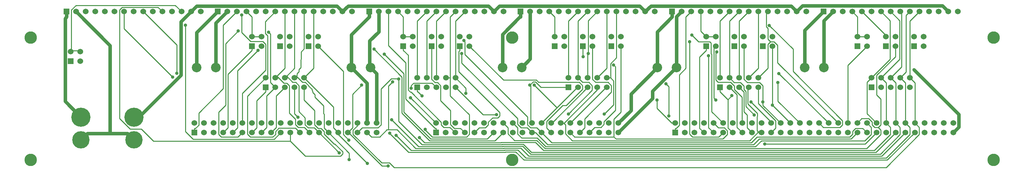
<source format=gbl>
G04 (created by PCBNEW (2013-mar-13)-testing) date Tue 12 Nov 2013 05:44:31 PM PST*
%MOIN*%
G04 Gerber Fmt 3.4, Leading zero omitted, Abs format*
%FSLAX34Y34*%
G01*
G70*
G90*
G04 APERTURE LIST*
%ADD10C,0.005906*%
%ADD11C,0.100000*%
%ADD12R,0.060000X0.060000*%
%ADD13C,0.060000*%
%ADD14C,0.200000*%
%ADD15C,0.181100*%
%ADD16C,0.130000*%
%ADD17C,0.035000*%
%ADD18C,0.035000*%
%ADD19C,0.010000*%
G04 APERTURE END LIST*
G54D10*
G54D11*
X34039Y-28740D03*
X36039Y-28740D03*
X50181Y-28740D03*
X52181Y-28740D03*
X65929Y-28740D03*
X67929Y-28740D03*
X82070Y-28740D03*
X84070Y-28740D03*
X97425Y-28740D03*
X99425Y-28740D03*
G54D12*
X39795Y-26484D03*
G54D13*
X39795Y-25484D03*
X40795Y-26484D03*
X40795Y-25484D03*
G54D12*
X55582Y-26484D03*
G54D13*
X55582Y-25484D03*
X56582Y-26484D03*
X56582Y-25484D03*
G54D12*
X71370Y-26484D03*
G54D13*
X71370Y-25484D03*
X72370Y-26484D03*
X72370Y-25484D03*
G54D12*
X87157Y-26484D03*
G54D13*
X87157Y-25484D03*
X88157Y-26484D03*
X88157Y-25484D03*
G54D12*
X102944Y-26484D03*
G54D13*
X102944Y-25484D03*
X103944Y-26484D03*
X103944Y-25484D03*
G54D12*
X42748Y-26484D03*
G54D13*
X42748Y-25484D03*
X43748Y-26484D03*
X43748Y-25484D03*
G54D12*
X58535Y-26484D03*
G54D13*
X58535Y-25484D03*
X59535Y-26484D03*
X59535Y-25484D03*
G54D12*
X74322Y-26484D03*
G54D13*
X74322Y-25484D03*
X75322Y-26484D03*
X75322Y-25484D03*
G54D12*
X90110Y-26484D03*
G54D13*
X90110Y-25484D03*
X91110Y-26484D03*
X91110Y-25484D03*
G54D12*
X105897Y-26484D03*
G54D13*
X105897Y-25484D03*
X106897Y-26484D03*
X106897Y-25484D03*
G54D12*
X45700Y-26484D03*
G54D13*
X45700Y-25484D03*
X46700Y-26484D03*
X46700Y-25484D03*
G54D12*
X61488Y-26484D03*
G54D13*
X61488Y-25484D03*
X62488Y-26484D03*
X62488Y-25484D03*
G54D12*
X77275Y-26484D03*
G54D13*
X77275Y-25484D03*
X78275Y-26484D03*
X78275Y-25484D03*
G54D12*
X93062Y-26484D03*
G54D13*
X93062Y-25484D03*
X94062Y-26484D03*
X94062Y-25484D03*
G54D12*
X108850Y-26484D03*
G54D13*
X108850Y-25484D03*
X109850Y-26484D03*
X109850Y-25484D03*
G54D12*
X33807Y-35539D03*
G54D13*
X33807Y-34539D03*
X38807Y-35539D03*
X34807Y-34539D03*
X39807Y-35539D03*
X35807Y-34539D03*
X40807Y-35539D03*
X36807Y-34539D03*
X41807Y-35539D03*
X37807Y-34539D03*
X42807Y-35539D03*
X38807Y-34539D03*
X43807Y-35539D03*
X39807Y-34539D03*
X44807Y-35539D03*
X40807Y-34539D03*
X45807Y-35539D03*
X41807Y-34539D03*
X46807Y-35539D03*
X42807Y-34539D03*
X47807Y-35539D03*
X43807Y-34539D03*
X48807Y-35539D03*
X44807Y-34539D03*
X45807Y-34539D03*
X49807Y-35539D03*
X46807Y-34539D03*
X48807Y-34539D03*
X49807Y-34539D03*
X50807Y-34539D03*
X51807Y-34539D03*
X50807Y-35539D03*
X51807Y-35539D03*
X34807Y-35539D03*
X35807Y-35539D03*
X36807Y-35539D03*
X37807Y-35539D03*
X52807Y-35539D03*
X52807Y-34539D03*
X47807Y-34539D03*
G54D12*
X83925Y-35539D03*
G54D13*
X83925Y-34539D03*
X88925Y-35539D03*
X84925Y-34539D03*
X89925Y-35539D03*
X85925Y-34539D03*
X90925Y-35539D03*
X86925Y-34539D03*
X91925Y-35539D03*
X87925Y-34539D03*
X92925Y-35539D03*
X88925Y-34539D03*
X93925Y-35539D03*
X89925Y-34539D03*
X94925Y-35539D03*
X90925Y-34539D03*
X95925Y-35539D03*
X91925Y-34539D03*
X96925Y-35539D03*
X92925Y-34539D03*
X97925Y-35539D03*
X93925Y-34539D03*
X98925Y-35539D03*
X94925Y-34539D03*
X95925Y-34539D03*
X99925Y-35539D03*
X96925Y-34539D03*
X98925Y-34539D03*
X99925Y-34539D03*
X100925Y-34539D03*
X101925Y-34539D03*
X100925Y-35539D03*
X101925Y-35539D03*
X84925Y-35539D03*
X85925Y-35539D03*
X86925Y-35539D03*
X87925Y-35539D03*
X102925Y-35539D03*
X102925Y-34539D03*
X97925Y-34539D03*
X103925Y-35539D03*
X103925Y-34539D03*
X104925Y-35539D03*
X104925Y-34539D03*
X105925Y-35539D03*
X105925Y-34539D03*
X106925Y-35539D03*
X106925Y-34539D03*
X107925Y-35539D03*
X107925Y-34539D03*
X108925Y-35539D03*
X108925Y-34539D03*
X109925Y-35539D03*
X109925Y-34539D03*
X110925Y-35539D03*
X110925Y-34539D03*
X111925Y-35539D03*
X111925Y-34539D03*
X112925Y-35539D03*
X112925Y-34539D03*
G54D14*
X21980Y-33937D03*
G54D15*
X21980Y-36299D03*
G54D12*
X20460Y-22874D03*
G54D13*
X21460Y-22874D03*
X22460Y-22874D03*
X23460Y-22874D03*
X24460Y-22874D03*
X25460Y-22874D03*
X26460Y-22874D03*
X27460Y-22874D03*
X28460Y-22874D03*
X29460Y-22874D03*
X30460Y-22874D03*
X31460Y-22874D03*
X32460Y-22874D03*
X33460Y-22874D03*
X34460Y-22874D03*
G54D12*
X36248Y-22874D03*
G54D13*
X37248Y-22874D03*
X38248Y-22874D03*
X39248Y-22874D03*
X40248Y-22874D03*
X41248Y-22874D03*
X42248Y-22874D03*
X43248Y-22874D03*
X44248Y-22874D03*
X45248Y-22874D03*
X46248Y-22874D03*
X47248Y-22874D03*
X48248Y-22874D03*
X49248Y-22874D03*
X50248Y-22874D03*
G54D12*
X52035Y-22874D03*
G54D13*
X53035Y-22874D03*
X54035Y-22874D03*
X55035Y-22874D03*
X56035Y-22874D03*
X57035Y-22874D03*
X58035Y-22874D03*
X59035Y-22874D03*
X60035Y-22874D03*
X61035Y-22874D03*
X62035Y-22874D03*
X63035Y-22874D03*
X64035Y-22874D03*
X65035Y-22874D03*
X66035Y-22874D03*
G54D12*
X67822Y-22874D03*
G54D13*
X68822Y-22874D03*
X69822Y-22874D03*
X70822Y-22874D03*
X71822Y-22874D03*
X72822Y-22874D03*
X73822Y-22874D03*
X74822Y-22874D03*
X75822Y-22874D03*
X76822Y-22874D03*
X77822Y-22874D03*
X78822Y-22874D03*
X79822Y-22874D03*
X80822Y-22874D03*
X81822Y-22874D03*
G54D12*
X83610Y-22874D03*
G54D13*
X84610Y-22874D03*
X85610Y-22874D03*
X86610Y-22874D03*
X87610Y-22874D03*
X88610Y-22874D03*
X89610Y-22874D03*
X90610Y-22874D03*
X91610Y-22874D03*
X92610Y-22874D03*
X93610Y-22874D03*
X94610Y-22874D03*
X95610Y-22874D03*
X96610Y-22874D03*
X97610Y-22874D03*
G54D12*
X99397Y-22874D03*
G54D13*
X100397Y-22874D03*
X101397Y-22874D03*
X102397Y-22874D03*
X103397Y-22874D03*
X104397Y-22874D03*
X105397Y-22874D03*
X106397Y-22874D03*
X107397Y-22874D03*
X108397Y-22874D03*
X109397Y-22874D03*
X110397Y-22874D03*
X111397Y-22874D03*
X112397Y-22874D03*
X113397Y-22874D03*
G54D16*
X117125Y-25590D03*
X16732Y-38385D03*
X117125Y-38385D03*
X66929Y-25590D03*
X66929Y-38385D03*
X16732Y-25590D03*
G54D12*
X20900Y-28059D03*
G54D13*
X20900Y-27059D03*
X21900Y-28059D03*
X21900Y-27059D03*
G54D14*
X27500Y-33937D03*
G54D15*
X27500Y-36299D03*
G54D12*
X41248Y-30814D03*
G54D13*
X41248Y-29814D03*
X42248Y-30814D03*
X42248Y-29814D03*
X43248Y-30814D03*
X43248Y-29814D03*
X44248Y-30814D03*
X44248Y-29814D03*
X45248Y-30814D03*
X45248Y-29814D03*
G54D12*
X57035Y-30814D03*
G54D13*
X57035Y-29814D03*
X58035Y-30814D03*
X58035Y-29814D03*
X59035Y-30814D03*
X59035Y-29814D03*
X60035Y-30814D03*
X60035Y-29814D03*
X61035Y-30814D03*
X61035Y-29814D03*
G54D12*
X72822Y-30814D03*
G54D13*
X72822Y-29814D03*
X73822Y-30814D03*
X73822Y-29814D03*
X74822Y-30814D03*
X74822Y-29814D03*
X75822Y-30814D03*
X75822Y-29814D03*
X76822Y-30814D03*
X76822Y-29814D03*
G54D12*
X88610Y-30814D03*
G54D13*
X88610Y-29814D03*
X89610Y-30814D03*
X89610Y-29814D03*
X90610Y-30814D03*
X90610Y-29814D03*
X91610Y-30814D03*
X91610Y-29814D03*
X92610Y-30814D03*
X92610Y-29814D03*
G54D12*
X104397Y-30814D03*
G54D13*
X104397Y-29814D03*
X105397Y-30814D03*
X105397Y-29814D03*
X106397Y-30814D03*
X106397Y-29814D03*
X107397Y-30814D03*
X107397Y-29814D03*
X108397Y-30814D03*
X108397Y-29814D03*
G54D12*
X59003Y-35539D03*
G54D13*
X59003Y-34539D03*
X64003Y-35539D03*
X60003Y-34539D03*
X65003Y-35539D03*
X61003Y-34539D03*
X66003Y-35539D03*
X62003Y-34539D03*
X67003Y-35539D03*
X63003Y-34539D03*
X68003Y-35539D03*
X64003Y-34539D03*
X69003Y-35539D03*
X65003Y-34539D03*
X70003Y-35539D03*
X66003Y-34539D03*
X71003Y-35539D03*
X67003Y-34539D03*
X72003Y-35539D03*
X68003Y-34539D03*
X73003Y-35539D03*
X69003Y-34539D03*
X74003Y-35539D03*
X70003Y-34539D03*
X71003Y-34539D03*
X75003Y-35539D03*
X72003Y-34539D03*
X74003Y-34539D03*
X75003Y-34539D03*
X76003Y-34539D03*
X77003Y-34539D03*
X76003Y-35539D03*
X77003Y-35539D03*
X60003Y-35539D03*
X61003Y-35539D03*
X62003Y-35539D03*
X63003Y-35539D03*
X78003Y-35539D03*
X78003Y-34539D03*
X73003Y-34539D03*
G54D17*
X53597Y-27338D03*
X61688Y-27259D03*
X77515Y-28459D03*
X88172Y-32135D03*
X91841Y-32336D03*
X57549Y-31699D03*
X31555Y-29747D03*
X68779Y-30568D03*
X89854Y-31678D03*
X51236Y-30579D03*
X54020Y-39024D03*
X85673Y-25339D03*
X94636Y-30283D03*
X41526Y-25021D03*
X69242Y-30568D03*
X55102Y-29923D03*
X72807Y-33595D03*
X92182Y-33689D03*
X57276Y-36068D03*
X56422Y-30908D03*
X31959Y-29349D03*
X48921Y-37655D03*
X54470Y-30240D03*
X38727Y-23233D03*
X74869Y-27269D03*
X88283Y-27113D03*
X93751Y-24320D03*
X54382Y-34201D03*
X44605Y-33938D03*
X32877Y-24293D03*
X49953Y-38368D03*
X57884Y-35187D03*
X54161Y-35597D03*
X82966Y-30439D03*
X83272Y-33792D03*
X94745Y-29359D03*
X54836Y-35838D03*
X65304Y-33680D03*
X51845Y-38760D03*
X62115Y-31421D03*
X76539Y-33592D03*
X85439Y-26034D03*
X38379Y-24909D03*
X49921Y-36327D03*
X93273Y-36728D03*
X94062Y-32666D03*
X40433Y-26939D03*
X87411Y-27491D03*
X74338Y-27604D03*
X52523Y-26810D03*
X61903Y-25899D03*
X93075Y-32318D03*
X56348Y-31883D03*
X82029Y-32127D03*
X25021Y-28582D03*
X108830Y-28967D03*
G54D18*
X20324Y-32281D02*
X21980Y-33937D01*
X20324Y-23584D02*
X20324Y-32281D01*
X20460Y-23449D02*
X20324Y-23584D01*
X20460Y-22874D02*
X20460Y-23449D01*
X52035Y-22874D02*
X52035Y-23449D01*
X83610Y-22874D02*
X83610Y-23449D01*
X82070Y-24988D02*
X82070Y-28740D01*
X83610Y-23449D02*
X82070Y-24988D01*
X97425Y-24846D02*
X99397Y-22874D01*
X97425Y-28740D02*
X97425Y-24846D01*
X67750Y-23449D02*
X67822Y-23449D01*
X65929Y-25270D02*
X67750Y-23449D01*
X65929Y-28740D02*
X65929Y-25270D01*
X67822Y-22874D02*
X67822Y-23449D01*
X50181Y-25303D02*
X50181Y-28740D01*
X52035Y-23449D02*
X50181Y-25303D01*
X51807Y-30366D02*
X51807Y-34539D01*
X50181Y-28740D02*
X51807Y-30366D01*
X79327Y-31483D02*
X82070Y-28740D01*
X79327Y-33216D02*
X79327Y-31483D01*
X78003Y-34539D02*
X79327Y-33216D01*
X34039Y-25082D02*
X36248Y-22874D01*
X34039Y-28740D02*
X34039Y-25082D01*
G54D19*
X55582Y-26484D02*
X55582Y-26934D01*
X39795Y-26484D02*
X39795Y-26934D01*
X37307Y-29422D02*
X39795Y-26934D01*
X37307Y-35039D02*
X37307Y-29422D01*
X36807Y-35539D02*
X37307Y-35039D01*
X56097Y-27449D02*
X55582Y-26934D01*
X56097Y-31085D02*
X56097Y-27449D01*
X56325Y-31314D02*
X56097Y-31085D01*
X56415Y-31314D02*
X56325Y-31314D01*
X59553Y-34452D02*
X56415Y-31314D01*
X59553Y-34725D02*
X59553Y-34452D01*
X59817Y-34989D02*
X59553Y-34725D01*
X60454Y-34989D02*
X59817Y-34989D01*
X61003Y-35539D02*
X60454Y-34989D01*
X86471Y-27620D02*
X87157Y-26934D01*
X86471Y-35085D02*
X86471Y-27620D01*
X86925Y-35539D02*
X86471Y-35085D01*
X87157Y-26484D02*
X87157Y-26934D01*
X64351Y-36192D02*
X65003Y-35539D01*
X58429Y-36192D02*
X64351Y-36192D01*
X55634Y-33396D02*
X58429Y-36192D01*
X55634Y-29375D02*
X55634Y-33396D01*
X53597Y-27338D02*
X55634Y-29375D01*
X39795Y-25484D02*
X40795Y-25484D01*
X39795Y-23421D02*
X39795Y-25484D01*
X39248Y-22874D02*
X39795Y-23421D01*
X69367Y-35539D02*
X69003Y-35539D01*
X70623Y-36795D02*
X69367Y-35539D01*
X92098Y-36795D02*
X70623Y-36795D01*
X92704Y-36189D02*
X92098Y-36795D01*
X102274Y-36189D02*
X92704Y-36189D01*
X102925Y-35539D02*
X102274Y-36189D01*
X61688Y-28259D02*
X61688Y-27259D01*
X67503Y-34075D02*
X61688Y-28259D01*
X67503Y-34680D02*
X67503Y-34075D01*
X67863Y-35039D02*
X67503Y-34680D01*
X68503Y-35039D02*
X67863Y-35039D01*
X69003Y-35539D02*
X68503Y-35039D01*
X56582Y-25484D02*
X55582Y-25484D01*
X55582Y-23421D02*
X55582Y-25484D01*
X55035Y-22874D02*
X55582Y-23421D01*
X77699Y-28642D02*
X77515Y-28459D01*
X77699Y-33194D02*
X77699Y-28642D01*
X76503Y-34390D02*
X77699Y-33194D01*
X76503Y-34675D02*
X76503Y-34390D01*
X76190Y-34989D02*
X76503Y-34675D01*
X75553Y-34989D02*
X76190Y-34989D01*
X75003Y-35539D02*
X75553Y-34989D01*
X71370Y-23421D02*
X71370Y-25484D01*
X70822Y-22874D02*
X71370Y-23421D01*
X87957Y-31920D02*
X88172Y-32135D01*
X87957Y-26684D02*
X87957Y-31920D01*
X88157Y-26484D02*
X87957Y-26684D01*
X93925Y-34420D02*
X91841Y-32336D01*
X93925Y-34539D02*
X93925Y-34420D01*
X88157Y-25484D02*
X87157Y-25484D01*
X86610Y-24937D02*
X87157Y-25484D01*
X86610Y-22874D02*
X86610Y-24937D01*
X101925Y-28503D02*
X101925Y-34539D01*
X103944Y-26484D02*
X101925Y-28503D01*
X103944Y-25484D02*
X102944Y-25484D01*
X102944Y-23421D02*
X102944Y-25484D01*
X102397Y-22874D02*
X102944Y-23421D01*
X88610Y-30814D02*
X88610Y-31265D01*
X40307Y-35039D02*
X39807Y-35539D01*
X40307Y-32206D02*
X40307Y-35039D01*
X41248Y-31265D02*
X40307Y-32206D01*
X41248Y-30814D02*
X41248Y-31265D01*
X57114Y-31265D02*
X57035Y-31265D01*
X57549Y-31699D02*
X57114Y-31265D01*
X57035Y-30814D02*
X57035Y-31265D01*
X72822Y-30814D02*
X72372Y-30814D01*
X68859Y-30492D02*
X68859Y-30568D01*
X69107Y-30243D02*
X68859Y-30492D01*
X69376Y-30243D02*
X69107Y-30243D01*
X69948Y-30814D02*
X69376Y-30243D01*
X72372Y-30814D02*
X69948Y-30814D01*
X68859Y-34394D02*
X69003Y-34539D01*
X68859Y-30568D02*
X68859Y-34394D01*
X26460Y-24652D02*
X31555Y-29747D01*
X26460Y-22874D02*
X26460Y-24652D01*
X68859Y-30568D02*
X68779Y-30568D01*
X88610Y-31265D02*
X89438Y-32093D01*
X89438Y-35053D02*
X89925Y-35539D01*
X89438Y-32093D02*
X89438Y-35053D01*
X89438Y-32093D02*
X89854Y-31678D01*
X41448Y-29614D02*
X41248Y-29814D01*
X41448Y-25402D02*
X41448Y-29614D01*
X41201Y-25156D02*
X41448Y-25402D01*
X41201Y-23920D02*
X41201Y-25156D01*
X42248Y-22874D02*
X41201Y-23920D01*
X44341Y-35073D02*
X44807Y-35539D01*
X42611Y-35073D02*
X44341Y-35073D01*
X42257Y-35427D02*
X42611Y-35073D01*
X42257Y-35725D02*
X42257Y-35427D01*
X41985Y-35997D02*
X42257Y-35725D01*
X39627Y-35997D02*
X41985Y-35997D01*
X39341Y-35711D02*
X39627Y-35997D01*
X39341Y-31721D02*
X39341Y-35711D01*
X41248Y-29814D02*
X39341Y-31721D01*
X57035Y-23874D02*
X58035Y-22874D01*
X57035Y-29814D02*
X57035Y-23874D01*
X50298Y-35048D02*
X49847Y-35499D01*
X50298Y-31518D02*
X50298Y-35048D01*
X51236Y-30579D02*
X50298Y-31518D01*
X49847Y-35499D02*
X49807Y-35539D01*
X53372Y-39024D02*
X54020Y-39024D01*
X49847Y-35499D02*
X53372Y-39024D01*
X72822Y-23874D02*
X73822Y-22874D01*
X72822Y-29814D02*
X72822Y-23874D01*
X86368Y-26034D02*
X85673Y-25339D01*
X87530Y-26034D02*
X86368Y-26034D01*
X87660Y-26164D02*
X87530Y-26034D01*
X87660Y-27281D02*
X87660Y-26164D01*
X87736Y-27357D02*
X87660Y-27281D01*
X87736Y-33350D02*
X87736Y-27357D01*
X88925Y-34539D02*
X87736Y-33350D01*
X88610Y-23874D02*
X89610Y-22874D01*
X88610Y-29814D02*
X88610Y-23874D01*
X94636Y-32250D02*
X94636Y-30283D01*
X96925Y-34539D02*
X94636Y-32250D01*
X106349Y-27862D02*
X104397Y-29814D01*
X106349Y-23826D02*
X106349Y-27862D01*
X105397Y-22874D02*
X106349Y-23826D01*
X103947Y-33561D02*
X104925Y-34539D01*
X103947Y-30265D02*
X103947Y-33561D01*
X104397Y-29814D02*
X103947Y-30265D01*
X41356Y-34989D02*
X40807Y-35539D01*
X41356Y-31706D02*
X41356Y-34989D01*
X42248Y-30814D02*
X41356Y-31706D01*
X41748Y-30314D02*
X42248Y-30814D01*
X41748Y-25242D02*
X41748Y-30314D01*
X41526Y-25021D02*
X41748Y-25242D01*
X71608Y-32934D02*
X69242Y-30568D01*
X73728Y-30814D02*
X73822Y-30814D01*
X71608Y-32934D02*
X73728Y-30814D01*
X71608Y-32934D02*
X70003Y-34539D01*
X90376Y-34990D02*
X90925Y-35539D01*
X90376Y-31581D02*
X90376Y-34990D01*
X89610Y-30814D02*
X90376Y-31581D01*
X43248Y-28814D02*
X42422Y-29640D01*
X43248Y-22874D02*
X43248Y-28814D01*
X42422Y-29640D02*
X42248Y-29814D01*
X45281Y-35013D02*
X45807Y-35539D01*
X44630Y-35013D02*
X45281Y-35013D01*
X44326Y-34709D02*
X44630Y-35013D01*
X44326Y-34119D02*
X44326Y-34709D01*
X43708Y-33501D02*
X44326Y-34119D01*
X43708Y-30639D02*
X43708Y-33501D01*
X43434Y-30364D02*
X43708Y-30639D01*
X43146Y-30364D02*
X43434Y-30364D01*
X42422Y-29640D02*
X43146Y-30364D01*
X58035Y-23874D02*
X59035Y-22874D01*
X58035Y-29814D02*
X58035Y-23874D01*
X55102Y-34375D02*
X55102Y-29923D01*
X57529Y-36802D02*
X55102Y-34375D01*
X65860Y-36802D02*
X57529Y-36802D01*
X65897Y-36764D02*
X65860Y-36802D01*
X68109Y-36764D02*
X65897Y-36764D01*
X68946Y-37602D02*
X68109Y-36764D01*
X104862Y-37602D02*
X68946Y-37602D01*
X106925Y-35539D02*
X104862Y-37602D01*
X55070Y-29891D02*
X55102Y-29923D01*
X54336Y-29891D02*
X55070Y-29891D01*
X53257Y-30970D02*
X54336Y-29891D01*
X53257Y-34727D02*
X53257Y-30970D01*
X52945Y-35039D02*
X53257Y-34727D01*
X51307Y-35039D02*
X52945Y-35039D01*
X50807Y-35539D02*
X51307Y-35039D01*
X75288Y-31114D02*
X72807Y-33595D01*
X75288Y-30629D02*
X75288Y-31114D01*
X74924Y-30265D02*
X75288Y-30629D01*
X74272Y-30265D02*
X74924Y-30265D01*
X73822Y-29814D02*
X74272Y-30265D01*
X73822Y-23874D02*
X73822Y-29814D01*
X74822Y-22874D02*
X73822Y-23874D01*
X89610Y-23874D02*
X89610Y-29814D01*
X90610Y-22874D02*
X89610Y-23874D01*
X91298Y-32806D02*
X92182Y-33689D01*
X91298Y-31220D02*
X91298Y-32806D01*
X91110Y-31031D02*
X91298Y-31220D01*
X91110Y-30653D02*
X91110Y-31031D01*
X90742Y-30285D02*
X91110Y-30653D01*
X90080Y-30285D02*
X90742Y-30285D01*
X89610Y-29814D02*
X90080Y-30285D01*
X107350Y-23827D02*
X106397Y-22874D01*
X107350Y-27861D02*
X107350Y-23827D01*
X105397Y-29814D02*
X107350Y-27861D01*
X105925Y-30342D02*
X105925Y-34539D01*
X105397Y-29814D02*
X105925Y-30342D01*
X57809Y-36602D02*
X57276Y-36068D01*
X65777Y-36602D02*
X57809Y-36602D01*
X65814Y-36564D02*
X65777Y-36602D01*
X69375Y-36564D02*
X65814Y-36564D01*
X70213Y-37402D02*
X69375Y-36564D01*
X104700Y-37402D02*
X70213Y-37402D01*
X106381Y-35721D02*
X104700Y-37402D01*
X106381Y-34996D02*
X106381Y-35721D01*
X105925Y-34539D02*
X106381Y-34996D01*
X42356Y-31706D02*
X43248Y-30814D01*
X42356Y-34989D02*
X42356Y-31706D01*
X41807Y-35539D02*
X42356Y-34989D01*
X71098Y-34539D02*
X71003Y-34539D01*
X74822Y-30814D02*
X71098Y-34539D01*
X58585Y-30364D02*
X59035Y-30814D01*
X56663Y-30364D02*
X58585Y-30364D01*
X56422Y-30605D02*
X56663Y-30364D01*
X56422Y-30908D02*
X56422Y-30605D01*
X91425Y-35039D02*
X91925Y-35539D01*
X91425Y-33684D02*
X91425Y-35039D01*
X91098Y-33358D02*
X91425Y-33684D01*
X91098Y-31303D02*
X91098Y-33358D01*
X90610Y-30814D02*
X91098Y-31303D01*
X31959Y-26372D02*
X31959Y-29349D01*
X28460Y-22874D02*
X31959Y-26372D01*
X44248Y-28814D02*
X43423Y-29639D01*
X44248Y-22874D02*
X44248Y-28814D01*
X43423Y-29639D02*
X43248Y-29814D01*
X46307Y-35039D02*
X46807Y-35539D01*
X45670Y-35039D02*
X46307Y-35039D01*
X45356Y-34725D02*
X45670Y-35039D01*
X45356Y-33994D02*
X45356Y-34725D01*
X44711Y-33348D02*
X45356Y-33994D01*
X44711Y-30618D02*
X44711Y-33348D01*
X44357Y-30265D02*
X44711Y-30618D01*
X44048Y-30265D02*
X44357Y-30265D01*
X43423Y-29639D02*
X44048Y-30265D01*
X48922Y-37654D02*
X48921Y-37655D01*
X46807Y-35539D02*
X48922Y-37654D01*
X59035Y-23874D02*
X60035Y-22874D01*
X59035Y-29814D02*
X59035Y-23874D01*
X54055Y-30654D02*
X54055Y-35247D01*
X54470Y-30240D02*
X54055Y-30654D01*
X53881Y-35247D02*
X54055Y-35247D01*
X53127Y-36001D02*
X53881Y-35247D01*
X52268Y-36001D02*
X53127Y-36001D01*
X51807Y-35539D02*
X52268Y-36001D01*
X105461Y-38002D02*
X107925Y-35539D01*
X68681Y-38002D02*
X105461Y-38002D01*
X67843Y-37164D02*
X68681Y-38002D01*
X66063Y-37164D02*
X67843Y-37164D01*
X66025Y-37202D02*
X66063Y-37164D01*
X56889Y-37202D02*
X66025Y-37202D01*
X54935Y-35247D02*
X56889Y-37202D01*
X54055Y-35247D02*
X54935Y-35247D01*
X38727Y-25054D02*
X38727Y-23233D01*
X39657Y-25984D02*
X38727Y-25054D01*
X40945Y-25984D02*
X39657Y-25984D01*
X41248Y-26286D02*
X40945Y-25984D01*
X41248Y-28987D02*
X41248Y-26286D01*
X38807Y-31428D02*
X41248Y-28987D01*
X38807Y-34539D02*
X38807Y-31428D01*
X74822Y-27315D02*
X74869Y-27269D01*
X74822Y-29814D02*
X74822Y-27315D01*
X74869Y-23827D02*
X75822Y-22874D01*
X74869Y-27269D02*
X74869Y-23827D01*
X90898Y-34512D02*
X90925Y-34539D01*
X90898Y-31820D02*
X90898Y-34512D01*
X90110Y-31031D02*
X90898Y-31820D01*
X90110Y-30673D02*
X90110Y-31031D01*
X89701Y-30265D02*
X90110Y-30673D01*
X88406Y-30265D02*
X89701Y-30265D01*
X88157Y-30016D02*
X88406Y-30265D01*
X88157Y-27239D02*
X88157Y-30016D01*
X88283Y-27113D02*
X88157Y-27239D01*
X90610Y-23874D02*
X91610Y-22874D01*
X90610Y-29814D02*
X90610Y-23874D01*
X99386Y-35000D02*
X98925Y-34539D01*
X101103Y-35000D02*
X99386Y-35000D01*
X101375Y-34728D02*
X101103Y-35000D01*
X101375Y-34289D02*
X101375Y-34728D01*
X96228Y-29142D02*
X101375Y-34289D01*
X96228Y-26798D02*
X96228Y-29142D01*
X93751Y-24320D02*
X96228Y-26798D01*
X107552Y-23028D02*
X107397Y-22874D01*
X107552Y-28660D02*
X107552Y-23028D01*
X106397Y-29814D02*
X107552Y-28660D01*
X106925Y-30342D02*
X106925Y-34539D01*
X106397Y-29814D02*
X106925Y-30342D01*
X57183Y-37002D02*
X54382Y-34201D01*
X65942Y-37002D02*
X57183Y-37002D01*
X65980Y-36964D02*
X65942Y-37002D01*
X68026Y-36964D02*
X65980Y-36964D01*
X68864Y-37802D02*
X68026Y-36964D01*
X105324Y-37802D02*
X68864Y-37802D01*
X107381Y-35745D02*
X105324Y-37802D01*
X107381Y-34996D02*
X107381Y-35745D01*
X106925Y-34539D02*
X107381Y-34996D01*
X92681Y-35539D02*
X92925Y-35539D01*
X92621Y-35479D02*
X92681Y-35539D01*
X72503Y-34731D02*
X72324Y-34552D01*
X72503Y-35676D02*
X72503Y-34731D01*
X73222Y-36394D02*
X72503Y-35676D01*
X91706Y-36394D02*
X73222Y-36394D01*
X92621Y-35479D02*
X91706Y-36394D01*
X75822Y-31054D02*
X72324Y-34552D01*
X75822Y-30814D02*
X75822Y-31054D01*
X72016Y-34552D02*
X72003Y-34539D01*
X72324Y-34552D02*
X72016Y-34552D01*
X44248Y-33581D02*
X44605Y-33938D01*
X44248Y-30814D02*
X44248Y-33581D01*
X32877Y-35427D02*
X32877Y-24293D01*
X33667Y-36216D02*
X32877Y-35427D01*
X42129Y-36216D02*
X33667Y-36216D01*
X42807Y-35539D02*
X42129Y-36216D01*
X92471Y-35329D02*
X92621Y-35479D01*
X92471Y-33860D02*
X92471Y-35329D01*
X92507Y-33824D02*
X92471Y-33860D01*
X92507Y-33536D02*
X92507Y-33824D01*
X91498Y-32527D02*
X92507Y-33536D01*
X91498Y-30926D02*
X91498Y-32527D01*
X91610Y-30814D02*
X91498Y-30926D01*
X44426Y-29636D02*
X44248Y-29814D01*
X45248Y-26781D02*
X45248Y-22874D01*
X44925Y-27103D02*
X45248Y-26781D01*
X44925Y-27859D02*
X44925Y-27103D01*
X44900Y-27884D02*
X44925Y-27859D01*
X44900Y-28736D02*
X44900Y-27884D01*
X44700Y-28936D02*
X44900Y-28736D01*
X44700Y-29150D02*
X44700Y-28936D01*
X44500Y-29350D02*
X44700Y-29150D01*
X44500Y-29562D02*
X44500Y-29350D01*
X44426Y-29636D02*
X44500Y-29562D01*
X47570Y-35302D02*
X47807Y-35539D01*
X47570Y-35302D02*
X47570Y-35302D01*
X47333Y-35065D02*
X47570Y-35302D01*
X47333Y-33623D02*
X47333Y-35065D01*
X47257Y-33547D02*
X47333Y-33623D01*
X47257Y-32720D02*
X47257Y-33547D01*
X46373Y-31836D02*
X47257Y-32720D01*
X46373Y-31553D02*
X46373Y-31836D01*
X46138Y-31318D02*
X46373Y-31553D01*
X46138Y-31201D02*
X46138Y-31318D01*
X46073Y-31136D02*
X46138Y-31201D01*
X46073Y-31013D02*
X46073Y-31136D01*
X45752Y-30693D02*
X46073Y-31013D01*
X45752Y-30650D02*
X45752Y-30693D01*
X45381Y-30278D02*
X45752Y-30650D01*
X45067Y-30278D02*
X45381Y-30278D01*
X44426Y-29636D02*
X45067Y-30278D01*
X49953Y-37686D02*
X49953Y-38368D01*
X47807Y-35539D02*
X49953Y-37686D01*
X60035Y-29814D02*
X60485Y-29814D01*
X60485Y-23423D02*
X60485Y-29814D01*
X61035Y-22874D02*
X60485Y-23423D01*
X57884Y-35256D02*
X57884Y-35187D01*
X58617Y-35989D02*
X57884Y-35256D01*
X62191Y-35989D02*
X58617Y-35989D01*
X62477Y-35703D02*
X62191Y-35989D01*
X62477Y-33678D02*
X62477Y-35703D01*
X60485Y-31686D02*
X62477Y-33678D01*
X60485Y-29814D02*
X60485Y-31686D01*
X54161Y-35640D02*
X54161Y-35597D01*
X56123Y-37602D02*
X54161Y-35640D01*
X66191Y-37602D02*
X56123Y-37602D01*
X66229Y-37565D02*
X66191Y-37602D01*
X67322Y-37565D02*
X66229Y-37565D01*
X68166Y-38409D02*
X67322Y-37565D01*
X106054Y-38409D02*
X68166Y-38409D01*
X108925Y-35539D02*
X106054Y-38409D01*
X76822Y-28814D02*
X76822Y-22874D01*
X75822Y-29814D02*
X76822Y-28814D01*
X83272Y-30745D02*
X83272Y-33792D01*
X82966Y-30439D02*
X83272Y-30745D01*
X92610Y-28814D02*
X92610Y-22874D01*
X91610Y-29814D02*
X92610Y-28814D01*
X99925Y-34539D02*
X94745Y-29359D01*
X107997Y-29215D02*
X107397Y-29814D01*
X107997Y-23274D02*
X107997Y-29215D01*
X108397Y-22874D02*
X107997Y-23274D01*
X107925Y-30342D02*
X107397Y-29814D01*
X107925Y-34539D02*
X107925Y-30342D01*
X56401Y-37402D02*
X54836Y-35838D01*
X66108Y-37402D02*
X56401Y-37402D01*
X66146Y-37365D02*
X66108Y-37402D01*
X67546Y-37365D02*
X66146Y-37365D01*
X68384Y-38202D02*
X67546Y-37365D01*
X105924Y-38202D02*
X68384Y-38202D01*
X108391Y-35735D02*
X105924Y-38202D01*
X108391Y-35005D02*
X108391Y-35735D01*
X107925Y-34539D02*
X108391Y-35005D01*
X76728Y-30814D02*
X76822Y-30814D01*
X73003Y-34539D02*
X76728Y-30814D01*
X30009Y-22423D02*
X30460Y-22874D01*
X26261Y-22423D02*
X30009Y-22423D01*
X25998Y-22686D02*
X26261Y-22423D01*
X25998Y-34077D02*
X25998Y-22686D01*
X27097Y-35176D02*
X25998Y-34077D01*
X28288Y-35176D02*
X27097Y-35176D01*
X29529Y-36417D02*
X28288Y-35176D01*
X43807Y-36417D02*
X29529Y-36417D01*
X45386Y-37996D02*
X43807Y-36417D01*
X49040Y-37996D02*
X45386Y-37996D01*
X49268Y-37769D02*
X49040Y-37996D01*
X49268Y-37542D02*
X49268Y-37769D01*
X48456Y-36730D02*
X49268Y-37542D01*
X48357Y-36730D02*
X48456Y-36730D01*
X47333Y-35706D02*
X48357Y-36730D01*
X47333Y-35429D02*
X47333Y-35706D01*
X46993Y-35089D02*
X47333Y-35429D01*
X46719Y-35089D02*
X46993Y-35089D01*
X46356Y-34726D02*
X46719Y-35089D01*
X46356Y-33245D02*
X46356Y-34726D01*
X45248Y-32136D02*
X46356Y-33245D01*
X45248Y-30814D02*
X45248Y-32136D01*
X43807Y-36417D02*
X43807Y-35539D01*
X94393Y-35070D02*
X93925Y-35539D01*
X94393Y-34291D02*
X94393Y-35070D01*
X92610Y-32507D02*
X94393Y-34291D01*
X92610Y-30814D02*
X92610Y-32507D01*
X63901Y-33680D02*
X61035Y-30814D01*
X65304Y-33680D02*
X63901Y-33680D01*
X46248Y-28814D02*
X45248Y-29814D01*
X46248Y-22874D02*
X46248Y-28814D01*
X48307Y-35039D02*
X48807Y-35539D01*
X48307Y-32874D02*
X48307Y-35039D01*
X45248Y-29814D02*
X48307Y-32874D01*
X48807Y-35722D02*
X51845Y-38760D01*
X48807Y-35539D02*
X48807Y-35722D01*
X61035Y-23874D02*
X61035Y-29814D01*
X62035Y-22874D02*
X61035Y-23874D01*
X62115Y-30895D02*
X61035Y-29814D01*
X62115Y-31421D02*
X62115Y-30895D01*
X77190Y-28324D02*
X77190Y-29814D01*
X77822Y-27692D02*
X77190Y-28324D01*
X77822Y-22874D02*
X77822Y-27692D01*
X77492Y-30117D02*
X77190Y-29814D01*
X77492Y-32638D02*
X77492Y-30117D01*
X76539Y-33592D02*
X77492Y-32638D01*
X77190Y-29814D02*
X76822Y-29814D01*
X93612Y-28812D02*
X92610Y-29814D01*
X93612Y-26297D02*
X93612Y-28812D01*
X93876Y-26034D02*
X93612Y-26297D01*
X94249Y-26034D02*
X93876Y-26034D01*
X94613Y-26397D02*
X94249Y-26034D01*
X94613Y-28227D02*
X94613Y-26397D01*
X100925Y-34539D02*
X94613Y-28227D01*
X93610Y-25767D02*
X93876Y-26034D01*
X93610Y-24639D02*
X93610Y-25767D01*
X93426Y-24455D02*
X93610Y-24639D01*
X93426Y-23058D02*
X93426Y-24455D01*
X93610Y-22874D02*
X93426Y-23058D01*
X108397Y-23874D02*
X108397Y-29814D01*
X109397Y-22874D02*
X108397Y-23874D01*
X108925Y-30342D02*
X108925Y-34539D01*
X108397Y-29814D02*
X108925Y-30342D01*
X50807Y-34822D02*
X50807Y-34539D01*
X50356Y-35272D02*
X50807Y-34822D01*
X50356Y-35725D02*
X50356Y-35272D01*
X53330Y-38699D02*
X50356Y-35725D01*
X54154Y-38699D02*
X53330Y-38699D01*
X54642Y-39187D02*
X54154Y-38699D01*
X105924Y-39187D02*
X54642Y-39187D01*
X109375Y-35736D02*
X105924Y-39187D01*
X109375Y-34989D02*
X109375Y-35736D01*
X108925Y-34539D02*
X109375Y-34989D01*
X61488Y-26484D02*
X61488Y-26934D01*
X38349Y-35997D02*
X38807Y-35539D01*
X36603Y-35997D02*
X38349Y-35997D01*
X36343Y-35737D02*
X36603Y-35997D01*
X36343Y-33392D02*
X36343Y-35737D01*
X37057Y-32678D02*
X36343Y-33392D01*
X37057Y-26231D02*
X37057Y-32678D01*
X38379Y-24909D02*
X37057Y-26231D01*
X85439Y-26034D02*
X85439Y-26034D01*
X85439Y-35692D02*
X85439Y-26034D01*
X85736Y-35990D02*
X85439Y-35692D01*
X88474Y-35990D02*
X85736Y-35990D01*
X88925Y-35539D02*
X88474Y-35990D01*
X61361Y-27060D02*
X61488Y-26934D01*
X61361Y-29168D02*
X61361Y-27060D01*
X65629Y-33436D02*
X61361Y-29168D01*
X65629Y-33815D02*
X65629Y-33436D01*
X65439Y-34005D02*
X65629Y-33815D01*
X64890Y-34005D02*
X65439Y-34005D01*
X64454Y-34442D02*
X64890Y-34005D01*
X64454Y-34725D02*
X64454Y-34442D01*
X64140Y-35039D02*
X64454Y-34725D01*
X63503Y-35039D02*
X64140Y-35039D01*
X63003Y-35539D02*
X63503Y-35039D01*
X49335Y-35740D02*
X49921Y-36327D01*
X49335Y-29118D02*
X49335Y-35740D01*
X46700Y-26484D02*
X49335Y-29118D01*
X66047Y-30043D02*
X62488Y-26484D01*
X69459Y-30043D02*
X66047Y-30043D01*
X69683Y-30267D02*
X69459Y-30043D01*
X73923Y-30267D02*
X69683Y-30267D01*
X74272Y-30617D02*
X73923Y-30267D01*
X74272Y-31005D02*
X74272Y-30617D01*
X72569Y-32709D02*
X74272Y-31005D01*
X72194Y-32709D02*
X72569Y-32709D01*
X70547Y-34357D02*
X72194Y-32709D01*
X70547Y-35082D02*
X70547Y-34357D01*
X71003Y-35539D02*
X70547Y-35082D01*
X103736Y-36728D02*
X93273Y-36728D01*
X104925Y-35539D02*
X103736Y-36728D01*
X73454Y-35989D02*
X73003Y-35539D01*
X77552Y-35989D02*
X73454Y-35989D01*
X77757Y-36194D02*
X77552Y-35989D01*
X88913Y-36194D02*
X77757Y-36194D01*
X89386Y-35721D02*
X88913Y-36194D01*
X89386Y-35360D02*
X89386Y-35721D01*
X89066Y-35039D02*
X89386Y-35360D01*
X88425Y-35039D02*
X89066Y-35039D01*
X87925Y-34539D02*
X88425Y-35039D01*
X78275Y-33404D02*
X78275Y-26484D01*
X77552Y-34127D02*
X78275Y-33404D01*
X77552Y-35989D02*
X77552Y-34127D01*
X94062Y-32677D02*
X94062Y-32666D01*
X95925Y-34539D02*
X94062Y-32677D01*
X94062Y-32666D02*
X94062Y-26484D01*
X104382Y-34996D02*
X103925Y-34539D01*
X104382Y-35723D02*
X104382Y-34996D01*
X103713Y-36391D02*
X104382Y-35723D01*
X92926Y-36391D02*
X103713Y-36391D01*
X92322Y-36995D02*
X92926Y-36391D01*
X70435Y-36995D02*
X92322Y-36995D01*
X69551Y-36111D02*
X70435Y-36995D01*
X67929Y-36111D02*
X69551Y-36111D01*
X67503Y-35685D02*
X67929Y-36111D01*
X67503Y-35039D02*
X67503Y-35685D01*
X67003Y-34539D02*
X67503Y-35039D01*
X58535Y-26484D02*
X58535Y-26934D01*
X58535Y-29956D02*
X58535Y-26934D01*
X58894Y-30314D02*
X58535Y-29956D01*
X59171Y-30314D02*
X58894Y-30314D01*
X59485Y-30628D02*
X59171Y-30314D01*
X59485Y-32212D02*
X59485Y-30628D01*
X60503Y-33231D02*
X59485Y-32212D01*
X60503Y-34701D02*
X60503Y-33231D01*
X60892Y-35089D02*
X60503Y-34701D01*
X61553Y-35089D02*
X60892Y-35089D01*
X62003Y-35539D02*
X61553Y-35089D01*
X38307Y-35039D02*
X37807Y-35539D01*
X38307Y-29065D02*
X38307Y-35039D01*
X40433Y-26939D02*
X38307Y-29065D01*
X87411Y-35025D02*
X87411Y-27491D01*
X87925Y-35539D02*
X87411Y-35025D01*
X74322Y-26484D02*
X74322Y-26934D01*
X74322Y-27588D02*
X74338Y-27604D01*
X74322Y-26934D02*
X74322Y-27588D01*
X65141Y-36401D02*
X66003Y-35539D01*
X58340Y-36401D02*
X65141Y-36401D01*
X55434Y-33495D02*
X58340Y-36401D01*
X55434Y-29721D02*
X55434Y-33495D01*
X52523Y-26810D02*
X55434Y-29721D01*
X103475Y-35089D02*
X103925Y-35539D01*
X102738Y-35089D02*
X103475Y-35089D01*
X102425Y-35402D02*
X102738Y-35089D01*
X102425Y-35712D02*
X102425Y-35402D01*
X102147Y-35989D02*
X102425Y-35712D01*
X92479Y-35989D02*
X102147Y-35989D01*
X91874Y-36595D02*
X92479Y-35989D01*
X71059Y-36595D02*
X91874Y-36595D01*
X70003Y-35539D02*
X71059Y-36595D01*
X62015Y-26011D02*
X61903Y-25899D01*
X62015Y-27351D02*
X62015Y-26011D01*
X68553Y-33889D02*
X62015Y-27351D01*
X68553Y-34725D02*
X68553Y-33889D01*
X68867Y-35039D02*
X68553Y-34725D01*
X69503Y-35039D02*
X68867Y-35039D01*
X70003Y-35539D02*
X69503Y-35039D01*
X75322Y-29951D02*
X75322Y-26484D01*
X75636Y-30265D02*
X75322Y-29951D01*
X76923Y-30265D02*
X75636Y-30265D01*
X77282Y-30624D02*
X76923Y-30265D01*
X77282Y-31308D02*
X77282Y-30624D01*
X74503Y-34087D02*
X77282Y-31308D01*
X74503Y-35039D02*
X74503Y-34087D01*
X74003Y-35539D02*
X74503Y-35039D01*
X93075Y-32689D02*
X93075Y-32318D01*
X94925Y-34539D02*
X93075Y-32689D01*
X91110Y-29955D02*
X91110Y-26484D01*
X91465Y-30310D02*
X91110Y-29955D01*
X92745Y-30310D02*
X91465Y-30310D01*
X93075Y-30640D02*
X92745Y-30310D01*
X93075Y-32318D02*
X93075Y-30640D01*
X104738Y-34989D02*
X105111Y-34989D01*
X104475Y-34725D02*
X104738Y-34989D01*
X104475Y-34442D02*
X104475Y-34725D01*
X104111Y-34079D02*
X104475Y-34442D01*
X103385Y-34079D02*
X104111Y-34079D01*
X102925Y-34539D02*
X103385Y-34079D01*
X106897Y-27598D02*
X106897Y-26484D01*
X104947Y-29548D02*
X106897Y-27598D01*
X104947Y-31593D02*
X104947Y-29548D01*
X105375Y-32021D02*
X104947Y-31593D01*
X105375Y-34725D02*
X105375Y-32021D01*
X105111Y-34989D02*
X105375Y-34725D01*
X105387Y-35265D02*
X105111Y-34989D01*
X105387Y-35723D02*
X105387Y-35265D01*
X103911Y-37200D02*
X105387Y-35723D01*
X70357Y-37200D02*
X103911Y-37200D01*
X69510Y-36354D02*
X70357Y-37200D01*
X67177Y-36354D02*
X69510Y-36354D01*
X66503Y-35680D02*
X67177Y-36354D01*
X66503Y-35039D02*
X66503Y-35680D01*
X66003Y-34539D02*
X66503Y-35039D01*
X105897Y-25374D02*
X105897Y-25484D01*
X103397Y-22874D02*
X105897Y-25374D01*
X21812Y-26971D02*
X21900Y-27059D01*
X20987Y-26971D02*
X21812Y-26971D01*
X20987Y-22706D02*
X20987Y-26971D01*
X21470Y-22223D02*
X20987Y-22706D01*
X31809Y-22223D02*
X21470Y-22223D01*
X32460Y-22874D02*
X31809Y-22223D01*
X20987Y-26971D02*
X20900Y-27059D01*
X59003Y-34539D02*
X56348Y-31883D01*
X83559Y-34539D02*
X83925Y-34539D01*
X82029Y-33009D02*
X83559Y-34539D01*
X82029Y-32127D02*
X82029Y-33009D01*
X33807Y-35539D02*
X33807Y-35089D01*
X84037Y-35089D02*
X83925Y-35089D01*
X84375Y-34751D02*
X84037Y-35089D01*
X84375Y-29490D02*
X84375Y-34751D01*
X85050Y-28814D02*
X84375Y-29490D01*
X85050Y-23433D02*
X85050Y-28814D01*
X85610Y-22874D02*
X85050Y-23433D01*
X83925Y-35539D02*
X83925Y-35089D01*
X36814Y-24307D02*
X38248Y-22874D01*
X36814Y-30947D02*
X36814Y-24307D01*
X34257Y-33505D02*
X36814Y-30947D01*
X34257Y-34751D02*
X34257Y-33505D01*
X33919Y-35089D02*
X34257Y-34751D01*
X33807Y-35089D02*
X33919Y-35089D01*
X58891Y-35089D02*
X59003Y-35089D01*
X55834Y-32032D02*
X58891Y-35089D01*
X55834Y-28225D02*
X55834Y-32032D01*
X54035Y-26426D02*
X55834Y-28225D01*
X54035Y-22874D02*
X54035Y-26426D01*
X59003Y-35539D02*
X59003Y-35089D01*
G54D18*
X64459Y-22298D02*
X65035Y-22874D01*
X49823Y-22298D02*
X64459Y-22298D01*
X49248Y-22874D02*
X49823Y-22298D01*
X65610Y-22298D02*
X65035Y-22874D01*
X80247Y-22298D02*
X65610Y-22298D01*
X80822Y-22874D02*
X80247Y-22298D01*
X81397Y-22298D02*
X80822Y-22874D01*
X96035Y-22298D02*
X81397Y-22298D01*
X96610Y-22874D02*
X96035Y-22298D01*
X34041Y-22293D02*
X33460Y-22874D01*
X48667Y-22293D02*
X34041Y-22293D01*
X49248Y-22874D02*
X48667Y-22293D01*
X28015Y-33937D02*
X27500Y-33937D01*
X32409Y-29542D02*
X28015Y-33937D01*
X32409Y-23924D02*
X32409Y-29542D01*
X33460Y-22874D02*
X32409Y-23924D01*
X97217Y-22266D02*
X96610Y-22874D01*
X111790Y-22266D02*
X97217Y-22266D01*
X112397Y-22874D02*
X111790Y-22266D01*
X52071Y-28630D02*
X52181Y-28740D01*
X52071Y-25947D02*
X52071Y-28630D01*
X53035Y-24983D02*
X52071Y-25947D01*
X53035Y-22874D02*
X53035Y-24983D01*
X52807Y-29366D02*
X52807Y-34539D01*
X52181Y-28740D02*
X52807Y-29366D01*
X99425Y-23846D02*
X100397Y-22874D01*
X99425Y-28740D02*
X99425Y-23846D01*
X84070Y-23413D02*
X84070Y-28740D01*
X84610Y-22874D02*
X84070Y-23413D01*
X68822Y-27846D02*
X68822Y-22874D01*
X67929Y-28740D02*
X68822Y-27846D01*
X113501Y-34962D02*
X112925Y-35539D01*
X113501Y-33638D02*
X113501Y-34962D01*
X108830Y-28967D02*
X113501Y-33638D01*
X81579Y-31963D02*
X78003Y-35539D01*
X81579Y-31190D02*
X81579Y-31963D01*
X84030Y-28740D02*
X81579Y-31190D01*
X84070Y-28740D02*
X84030Y-28740D01*
X25021Y-26434D02*
X25021Y-28582D01*
X21460Y-22874D02*
X25021Y-26434D01*
X25021Y-28582D02*
X25021Y-35643D01*
X26844Y-35643D02*
X25021Y-35643D01*
X27500Y-36299D02*
X26844Y-35643D01*
X22635Y-35643D02*
X21980Y-36299D01*
X25021Y-35643D02*
X22635Y-35643D01*
X36039Y-24082D02*
X37248Y-22874D01*
X36039Y-28740D02*
X36039Y-24082D01*
M02*

</source>
